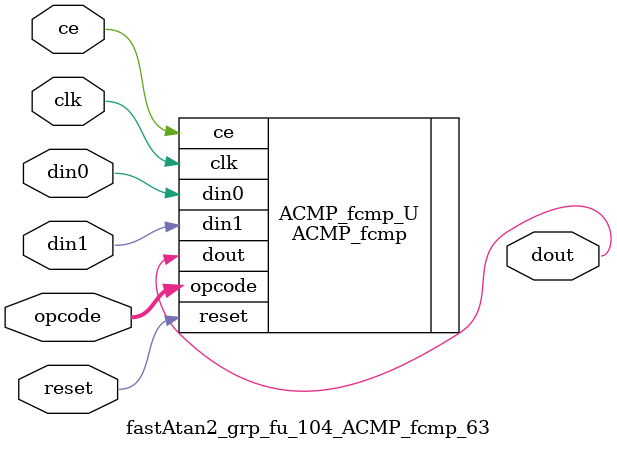
<source format=v>

`timescale 1 ns / 1 ps
module fastAtan2_grp_fu_104_ACMP_fcmp_63(
    clk,
    reset,
    ce,
    din0,
    din1,
    opcode,
    dout);

parameter ID = 32'd1;
parameter NUM_STAGE = 32'd1;
parameter din0_WIDTH = 32'd1;
parameter din1_WIDTH = 32'd1;
parameter dout_WIDTH = 32'd1;
input clk;
input reset;
input ce;
input[din0_WIDTH - 1:0] din0;
input[din1_WIDTH - 1:0] din1;
input[5 - 1:0] opcode;
output[dout_WIDTH - 1:0] dout;



ACMP_fcmp #(
.ID( ID ),
.NUM_STAGE( 3 ),
.din0_WIDTH( din0_WIDTH ),
.din1_WIDTH( din1_WIDTH ),
.dout_WIDTH( dout_WIDTH ))
ACMP_fcmp_U(
    .clk( clk ),
    .reset( reset ),
    .ce( ce ),
    .din0( din0 ),
    .din1( din1 ),
    .dout( dout ),
    .opcode( opcode ));

endmodule

</source>
